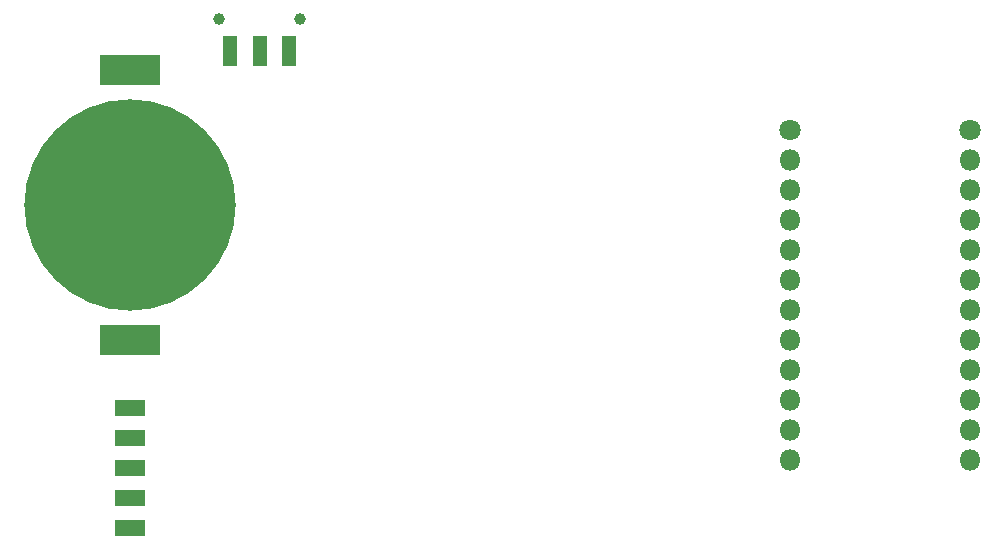
<source format=gbr>
G04 #@! TF.FileFunction,Soldermask,Top*
%FSLAX46Y46*%
G04 Gerber Fmt 4.6, Leading zero omitted, Abs format (unit mm)*
G04 Created by KiCad (PCBNEW 4.0.7) date 04/25/18 19:18:30*
%MOMM*%
%LPD*%
G01*
G04 APERTURE LIST*
%ADD10C,0.150000*%
%ADD11R,2.640000X1.370000*%
%ADD12C,17.900000*%
%ADD13R,5.180000X2.640000*%
%ADD14C,1.800000*%
%ADD15O,1.800000X1.800000*%
%ADD16O,0.700000X0.700000*%
%ADD17R,1.300000X2.600000*%
%ADD18C,1.000000*%
G04 APERTURE END LIST*
D10*
D11*
X114300000Y-121285000D03*
X114300000Y-118745000D03*
X114300000Y-116205000D03*
X114300000Y-113665000D03*
X114300000Y-111125000D03*
D12*
X114300000Y-93980000D03*
D13*
X114300000Y-82550000D03*
X114300000Y-105410000D03*
D14*
X185420000Y-87630000D03*
D15*
X185420000Y-90170000D03*
X185420000Y-92710000D03*
X185420000Y-95250000D03*
X185420000Y-97790000D03*
X185420000Y-100330000D03*
X185420000Y-102870000D03*
X185420000Y-105410000D03*
X185420000Y-107950000D03*
X185420000Y-110490000D03*
X185420000Y-113030000D03*
X185420000Y-115570000D03*
D16*
X185420000Y-87630000D03*
X185420000Y-90170000D03*
X185420000Y-92710000D03*
X185420000Y-95250000D03*
X185420000Y-97790000D03*
X185420000Y-100330000D03*
X185420000Y-102870000D03*
X185420000Y-105410000D03*
X185420000Y-107950000D03*
X185420000Y-110490000D03*
X185420000Y-113030000D03*
X185420000Y-115570000D03*
D14*
X170180000Y-87630000D03*
D15*
X170180000Y-90170000D03*
X170180000Y-92710000D03*
X170180000Y-95250000D03*
X170180000Y-97790000D03*
X170180000Y-100330000D03*
X170180000Y-102870000D03*
X170180000Y-105410000D03*
X170180000Y-107950000D03*
X170180000Y-110490000D03*
X170180000Y-113030000D03*
X170180000Y-115570000D03*
D16*
X170180000Y-87630000D03*
X170180000Y-90170000D03*
X170180000Y-92710000D03*
X170180000Y-95250000D03*
X170180000Y-97790000D03*
X170180000Y-100330000D03*
X170180000Y-102870000D03*
X170180000Y-105410000D03*
X170180000Y-107950000D03*
X170180000Y-110490000D03*
X170180000Y-113030000D03*
X170180000Y-115570000D03*
D17*
X125300000Y-80950000D03*
X122800000Y-80950000D03*
X127800000Y-80950000D03*
D18*
X121900000Y-78200000D03*
X128700000Y-78200000D03*
M02*

</source>
